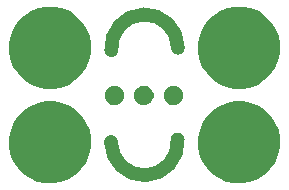
<source format=gts>
%TF.GenerationSoftware,KiCad,Pcbnew,4.0.7-e2-6376~58~ubuntu16.04.1*%
%TF.CreationDate,2017-10-07T12:25:07-07:00*%
%TF.ProjectId,2x3-Slide-Switch-EG1218-TH,3278332D536C6964652D537769746368,v1.3*%
%TF.FileFunction,Soldermask,Top*%
%FSLAX46Y46*%
G04 Gerber Fmt 4.6, Leading zero omitted, Abs format (unit mm)*
G04 Created by KiCad (PCBNEW 4.0.7-e2-6376~58~ubuntu16.04.1) date Sat Oct  7 12:25:07 2017*
%MOMM*%
%LPD*%
G01*
G04 APERTURE LIST*
%ADD10C,0.350000*%
%ADD11C,1.200000*%
G04 APERTURE END LIST*
D10*
D11*
X16387233Y-33217020D02*
G75*
G03X10741120Y-33421320I-2826713J-1100D01*
G01*
X10715720Y-41193720D02*
G75*
G03X16361833Y-40989420I2826713J1100D01*
G01*
D10*
G36*
X5924644Y-37745233D02*
X6592431Y-37882310D01*
X7220889Y-38146489D01*
X7786058Y-38527701D01*
X8266419Y-39011427D01*
X8643675Y-39579244D01*
X8903457Y-40209523D01*
X9035802Y-40877912D01*
X9035802Y-40877922D01*
X9035869Y-40878261D01*
X9024996Y-41656911D01*
X9024920Y-41657245D01*
X9024920Y-41657258D01*
X8873964Y-42321692D01*
X8596686Y-42944469D01*
X8203720Y-43501532D01*
X7710039Y-43971659D01*
X7134446Y-44336942D01*
X6498861Y-44583469D01*
X5827503Y-44701848D01*
X5145933Y-44687570D01*
X4480115Y-44541181D01*
X3855413Y-44268255D01*
X3295624Y-43879192D01*
X2822063Y-43388805D01*
X2452770Y-42815773D01*
X2201810Y-42181923D01*
X2078749Y-41511411D01*
X2088266Y-40829758D01*
X2230004Y-40162934D01*
X2498560Y-39536344D01*
X2883710Y-38973848D01*
X3370778Y-38496876D01*
X3941217Y-38123591D01*
X4573296Y-37868214D01*
X5242936Y-37740474D01*
X5924644Y-37745233D01*
X5924644Y-37745233D01*
G37*
G36*
X21924644Y-37745233D02*
X22592431Y-37882310D01*
X23220889Y-38146489D01*
X23786058Y-38527701D01*
X24266419Y-39011427D01*
X24643675Y-39579244D01*
X24903457Y-40209523D01*
X25035802Y-40877912D01*
X25035802Y-40877922D01*
X25035869Y-40878261D01*
X25024996Y-41656911D01*
X25024920Y-41657245D01*
X25024920Y-41657258D01*
X24873964Y-42321692D01*
X24596686Y-42944469D01*
X24203720Y-43501532D01*
X23710039Y-43971659D01*
X23134446Y-44336942D01*
X22498861Y-44583469D01*
X21827503Y-44701848D01*
X21145933Y-44687570D01*
X20480115Y-44541181D01*
X19855413Y-44268255D01*
X19295624Y-43879192D01*
X18822063Y-43388805D01*
X18452770Y-42815773D01*
X18201810Y-42181923D01*
X18078749Y-41511411D01*
X18088266Y-40829758D01*
X18230004Y-40162934D01*
X18498560Y-39536344D01*
X18883710Y-38973848D01*
X19370778Y-38496876D01*
X19941217Y-38123591D01*
X20573296Y-37868214D01*
X21242936Y-37740474D01*
X21924644Y-37745233D01*
X21924644Y-37745233D01*
G37*
G36*
X11085703Y-36418369D02*
X11244413Y-36450948D01*
X11393786Y-36513738D01*
X11528110Y-36604342D01*
X11642279Y-36719310D01*
X11731941Y-36854263D01*
X11793685Y-37004064D01*
X11822874Y-37151480D01*
X11825156Y-37163007D01*
X11822572Y-37348071D01*
X11822494Y-37348414D01*
X11822494Y-37348418D01*
X11786675Y-37506075D01*
X11720775Y-37654089D01*
X11627377Y-37786488D01*
X11510041Y-37898226D01*
X11373237Y-37985045D01*
X11222177Y-38043637D01*
X11062614Y-38071773D01*
X10900621Y-38068379D01*
X10742373Y-38033586D01*
X10593897Y-37968718D01*
X10460853Y-37876250D01*
X10348300Y-37759698D01*
X10260528Y-37623502D01*
X10200880Y-37472849D01*
X10171633Y-37313492D01*
X10173894Y-37151480D01*
X10207582Y-36992992D01*
X10271410Y-36844069D01*
X10362951Y-36710378D01*
X10478713Y-36597015D01*
X10614293Y-36508294D01*
X10764522Y-36447597D01*
X10923675Y-36417238D01*
X11085703Y-36418369D01*
X11085703Y-36418369D01*
G37*
G36*
X13585703Y-36418369D02*
X13744413Y-36450948D01*
X13893786Y-36513738D01*
X14028110Y-36604342D01*
X14142279Y-36719310D01*
X14231941Y-36854263D01*
X14293685Y-37004064D01*
X14322874Y-37151480D01*
X14325156Y-37163007D01*
X14322572Y-37348071D01*
X14322494Y-37348414D01*
X14322494Y-37348418D01*
X14286675Y-37506075D01*
X14220775Y-37654089D01*
X14127377Y-37786488D01*
X14010041Y-37898226D01*
X13873237Y-37985045D01*
X13722177Y-38043637D01*
X13562614Y-38071773D01*
X13400621Y-38068379D01*
X13242373Y-38033586D01*
X13093897Y-37968718D01*
X12960853Y-37876250D01*
X12848300Y-37759698D01*
X12760528Y-37623502D01*
X12700880Y-37472849D01*
X12671633Y-37313492D01*
X12673894Y-37151480D01*
X12707582Y-36992992D01*
X12771410Y-36844069D01*
X12862951Y-36710378D01*
X12978713Y-36597015D01*
X13114293Y-36508294D01*
X13264522Y-36447597D01*
X13423675Y-36417238D01*
X13585703Y-36418369D01*
X13585703Y-36418369D01*
G37*
G36*
X16085703Y-36418369D02*
X16244413Y-36450948D01*
X16393786Y-36513738D01*
X16528110Y-36604342D01*
X16642279Y-36719310D01*
X16731941Y-36854263D01*
X16793685Y-37004064D01*
X16822874Y-37151480D01*
X16825156Y-37163007D01*
X16822572Y-37348071D01*
X16822494Y-37348414D01*
X16822494Y-37348418D01*
X16786675Y-37506075D01*
X16720775Y-37654089D01*
X16627377Y-37786488D01*
X16510041Y-37898226D01*
X16373237Y-37985045D01*
X16222177Y-38043637D01*
X16062614Y-38071773D01*
X15900621Y-38068379D01*
X15742373Y-38033586D01*
X15593897Y-37968718D01*
X15460853Y-37876250D01*
X15348300Y-37759698D01*
X15260528Y-37623502D01*
X15200880Y-37472849D01*
X15171633Y-37313492D01*
X15173894Y-37151480D01*
X15207582Y-36992992D01*
X15271410Y-36844069D01*
X15362951Y-36710378D01*
X15478713Y-36597015D01*
X15614293Y-36508294D01*
X15764522Y-36447597D01*
X15923675Y-36417238D01*
X16085703Y-36418369D01*
X16085703Y-36418369D01*
G37*
G36*
X5924644Y-29745233D02*
X6592431Y-29882310D01*
X7220889Y-30146489D01*
X7786058Y-30527701D01*
X8266419Y-31011427D01*
X8643675Y-31579244D01*
X8903457Y-32209523D01*
X9035802Y-32877912D01*
X9035802Y-32877922D01*
X9035869Y-32878261D01*
X9024996Y-33656911D01*
X9024920Y-33657245D01*
X9024920Y-33657258D01*
X8873964Y-34321692D01*
X8596686Y-34944469D01*
X8203720Y-35501532D01*
X7710039Y-35971659D01*
X7134446Y-36336942D01*
X6498861Y-36583469D01*
X5827503Y-36701848D01*
X5145933Y-36687570D01*
X4480115Y-36541181D01*
X3855413Y-36268255D01*
X3295624Y-35879192D01*
X2822063Y-35388805D01*
X2452770Y-34815773D01*
X2201810Y-34181923D01*
X2078749Y-33511411D01*
X2088266Y-32829758D01*
X2230004Y-32162934D01*
X2498560Y-31536344D01*
X2883710Y-30973848D01*
X3370778Y-30496876D01*
X3941217Y-30123591D01*
X4573296Y-29868214D01*
X5242936Y-29740474D01*
X5924644Y-29745233D01*
X5924644Y-29745233D01*
G37*
G36*
X21924644Y-29745233D02*
X22592431Y-29882310D01*
X23220889Y-30146489D01*
X23786058Y-30527701D01*
X24266419Y-31011427D01*
X24643675Y-31579244D01*
X24903457Y-32209523D01*
X25035802Y-32877912D01*
X25035802Y-32877922D01*
X25035869Y-32878261D01*
X25024996Y-33656911D01*
X25024920Y-33657245D01*
X25024920Y-33657258D01*
X24873964Y-34321692D01*
X24596686Y-34944469D01*
X24203720Y-35501532D01*
X23710039Y-35971659D01*
X23134446Y-36336942D01*
X22498861Y-36583469D01*
X21827503Y-36701848D01*
X21145933Y-36687570D01*
X20480115Y-36541181D01*
X19855413Y-36268255D01*
X19295624Y-35879192D01*
X18822063Y-35388805D01*
X18452770Y-34815773D01*
X18201810Y-34181923D01*
X18078749Y-33511411D01*
X18088266Y-32829758D01*
X18230004Y-32162934D01*
X18498560Y-31536344D01*
X18883710Y-30973848D01*
X19370778Y-30496876D01*
X19941217Y-30123591D01*
X20573296Y-29868214D01*
X21242936Y-29740474D01*
X21924644Y-29745233D01*
X21924644Y-29745233D01*
G37*
M02*

</source>
